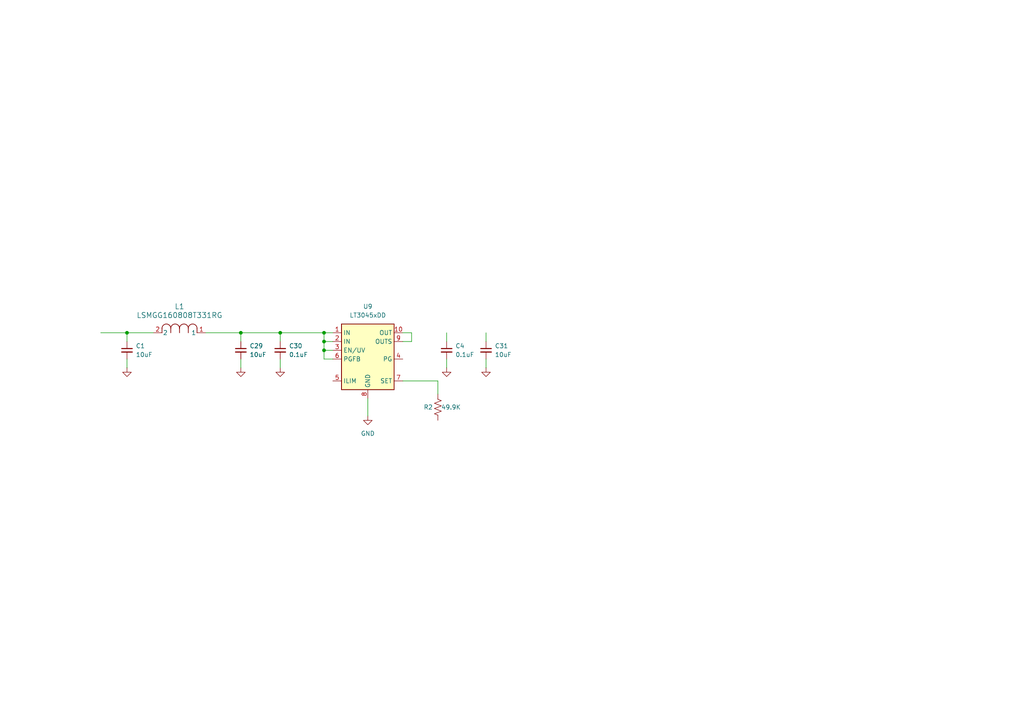
<source format=kicad_sch>
(kicad_sch (version 20250114) (generator "eeschema") (generator_version "9.0")
  (paper "A4")
  (lib_symbols
    (symbol "Device:C_Small" (pin_numbers (hide yes)) (pin_names (offset 0.254) (hide yes))
      (property "Reference" "C" (at 0.254 1.778 0))
      (property "Value" "C_Small" (at 0.254 -2.032 0))
      (symbol "C_Small_0_1"
        (polyline (pts (xy -1.524 0.508) (xy 1.524 0.508)) (stroke (width 0.3048)))
        (polyline (pts (xy -1.524 -0.508) (xy 1.524 -0.508)) (stroke (width 0.3302)))
      )
      (symbol "C_Small_1_1"
        (pin passive line (at 0 2.54 270) (length 2.032) (name "~") (number "1"))
        (pin passive line (at 0 -2.54 90) (length 2.032) (name "~") (number "2"))
      )
    )
    (symbol "Device:R_US" (pin_numbers (hide yes)) (pin_names (offset 0))
      (property "Reference" "R" (at 2.54 0 90))
      (property "Value" "R_US" (at -2.54 0 90))
      (symbol "R_US_0_1"
        (polyline (pts (xy 0 2.286) (xy 0 2.54)))
        (polyline (pts (xy 0 2.286) (xy 1.016 1.905) (xy 0 1.524) (xy -1.016 1.143) (xy 0 0.762)))
        (polyline (pts (xy 0 0.762) (xy 1.016 0.381) (xy 0 0) (xy -1.016 -0.381) (xy 0 -0.762)))
        (polyline (pts (xy 0 -0.762) (xy 1.016 -1.143) (xy 0 -1.524) (xy -1.016 -1.905) (xy 0 -2.286)))
        (polyline (pts (xy 0 -2.286) (xy 0 -2.54)))
      )
      (symbol "R_US_1_1"
        (pin passive line (at 0 3.81 270) (length 1.27) (name "~") (number "1"))
        (pin passive line (at 0 -3.81 90) (length 1.27) (name "~") (number "2"))
      )
    )
    (symbol "power:GND" (power) (pin_numbers (hide yes)) (pin_names (offset 0) (hide yes))
      (property "Value" "GND" (at 0 -3.81 0))
      (symbol "GND_0_1"
        (polyline (pts (xy 0 0) (xy 0 -1.27) (xy 1.27 -1.27) (xy 0 -2.54) (xy -1.27 -1.27) (xy 0 -1.27)))
      )
      (symbol "GND_1_1"
        (pin power_in line (at 0 0 270) (length 0) (name "~") (number "1"))
      )
    )
    (symbol "psc:LSMGG160808T331RG" (pin_names (offset 0.254))
      (property "Reference" "L" (at 6.985 5.08 0))
      (property "Value" "LSMGG160808T331RG" (at 6.985 -2.54 0))
      (symbol "LSMGG160808T331RG_1_1"
        (polyline (pts (xy 2.54 0) (xy 2.54 1.27)) (stroke (width 0.2032)))
        (arc (start 2.54 1.27) (mid 3.81 2.5344) (end 5.08 1.27) (stroke (width 0.2032)))
        (polyline (pts (xy 5.08 0) (xy 5.08 1.27)) (stroke (width 0.2032)))
        (arc (start 5.08 1.27) (mid 6.35 2.5344) (end 7.62 1.27) (stroke (width 0.2032)))
        (polyline (pts (xy 7.62 0) (xy 7.62 1.27)) (stroke (width 0.2032)))
        (arc (start 7.62 1.27) (mid 8.89 2.5344) (end 10.16 1.27) (stroke (width 0.2032)))
        (polyline (pts (xy 10.16 0) (xy 10.16 1.27)) (stroke (width 0.2032)))
        (arc (start 10.16 1.27) (mid 11.43 2.5344) (end 12.7 1.27) (stroke (width 0.2032)))
        (polyline (pts (xy 12.7 0) (xy 12.7 1.27)) (stroke (width 0.2032)))
        (pin unspecified line (at 0 0 0) (length 2.54) (name "2") (number "2"))
        (pin unspecified line (at 15.24 0 180) (length 2.54) (name "1") (number "1"))
      )
      (symbol "LSMGG160808T331RG_1_2"
        (arc (start -1.27 10.16) (mid -2.5344 11.43) (end -1.27 12.7) (stroke (width 0.2032)))
        (arc (start -1.27 7.62) (mid -2.5344 8.89) (end -1.27 10.16) (stroke (width 0.2032)))
        (arc (start -1.27 5.08) (mid -2.5344 6.35) (end -1.27 7.62) (stroke (width 0.2032)))
        (arc (start -1.27 2.54) (mid -2.5344 3.81) (end -1.27 5.08) (stroke (width 0.2032)))
        (polyline (pts (xy 0 12.7) (xy -1.27 12.7)) (stroke (width 0.2032)))
        (polyline (pts (xy 0 10.16) (xy -1.27 10.16)) (stroke (width 0.2032)))
        (polyline (pts (xy 0 7.62) (xy -1.27 7.62)) (stroke (width 0.2032)))
        (polyline (pts (xy 0 5.08) (xy -1.27 5.08)) (stroke (width 0.2032)))
        (polyline (pts (xy 0 2.54) (xy -1.27 2.54)) (stroke (width 0.2032)))
        (pin unspecified line (at 0 15.24 270) (length 2.54) (name "1") (number "1"))
        (pin unspecified line (at 0 0 90) (length 2.54) (name "2") (number "2"))
      )
    )
    (symbol "psc:LT3045xDD"
      (property "Reference" "U" (at -6.35 6.35 0))
      (property "Value" "LT3045xDD" (at 1.27 6.35 0))
      (symbol "LT3045xDD_0_1"
        (rectangle (start -7.62 5.08) (end 7.62 -13.97) (stroke (width 0.254)) (fill (type background)))
      )
      (symbol "LT3045xDD_1_1"
        (pin power_in line (at -10.16 2.54 0) (length 2.54) (name "IN") (number "1"))
        (pin passive line (at -10.16 2.54 0) (length 2.54) (hide yes) (name "IN") (number "2"))
        (pin power_in line (at -10.16 0 0) (length 2.54) (name "IN") (number "2"))
        (pin input line (at -10.16 -2.54 0) (length 2.54) (name "EN/UV") (number "3"))
        (pin input line (at -10.16 -5.08 0) (length 2.54) (name "PGFB") (number "6"))
        (pin passive line (at -10.16 -11.43 0) (length 2.54) (name "ILIM") (number "5"))
        (pin passive line (at 0 -16.51 90) (length 2.54) (hide yes) (name "GND") (number "11"))
        (pin power_in line (at 0 -16.51 90) (length 2.54) (name "GND") (number "8"))
        (pin power_out line (at 10.16 2.54 180) (length 2.54) (name "OUT") (number "10"))
        (pin input line (at 10.16 0 180) (length 2.54) (name "OUTS") (number "9"))
        (pin open_collector line (at 10.16 -5.08 180) (length 2.54) (name "PG") (number "4"))
        (pin passive line (at 10.16 -11.43 180) (length 2.54) (name "SET") (number "7"))
      )
    )
  )
  (junction (at 93.98 101.6))
  (junction (at 81.28 96.52))
  (junction (at 93.98 99.06))
  (junction (at 69.85 96.52))
  (junction (at 36.83 96.52))
  (junction (at 93.98 96.52))
  (wire (pts (xy 81.28 96.52) (xy 93.98 96.52)))
  (wire (pts (xy 93.98 104.14) (xy 93.98 101.6)))
  (wire (pts (xy 140.97 106.68) (xy 140.97 104.14)))
  (wire (pts (xy 59.69 96.52) (xy 69.85 96.52)))
  (wire (pts (xy 140.97 96.52) (xy 140.97 99.06)))
  (wire (pts (xy 29.21 96.52) (xy 36.83 96.52)))
  (wire (pts (xy 96.52 101.6) (xy 93.98 101.6)))
  (wire (pts (xy 81.28 106.68) (xy 81.28 104.14)))
  (wire (pts (xy 36.83 106.68) (xy 36.83 104.14)))
  (wire (pts (xy 116.84 99.06) (xy 119.38 99.06)))
  (wire (pts (xy 119.38 96.52) (xy 116.84 96.52)))
  (wire (pts (xy 69.85 106.68) (xy 69.85 104.14)))
  (wire (pts (xy 93.98 96.52) (xy 96.52 96.52)))
  (wire (pts (xy 69.85 96.52) (xy 81.28 96.52)))
  (wire (pts (xy 127 110.49) (xy 116.84 110.49)))
  (wire (pts (xy 69.85 96.52) (xy 69.85 99.06)))
  (wire (pts (xy 106.68 115.57) (xy 106.68 120.65)))
  (wire (pts (xy 127 114.3) (xy 127 110.49)))
  (wire (pts (xy 96.52 99.06) (xy 93.98 99.06)))
  (wire (pts (xy 81.28 99.06) (xy 81.28 96.52)))
  (wire (pts (xy 119.38 99.06) (xy 119.38 96.52)))
  (wire (pts (xy 36.83 96.52) (xy 36.83 99.06)))
  (wire (pts (xy 93.98 101.6) (xy 93.98 99.06)))
  (wire (pts (xy 93.98 99.06) (xy 93.98 96.52)))
  (wire (pts (xy 129.54 99.06) (xy 129.54 96.52)))
  (wire (pts (xy 96.52 104.14) (xy 93.98 104.14)))
  (wire (pts (xy 36.83 96.52) (xy 44.45 96.52)))
  (wire (pts (xy 129.54 106.68) (xy 129.54 104.14)))
  (symbol (lib_id "power:GND") (at 36.83 106.68 0) (unit 1)
    (property "Reference" "#PWR038" (effects (hide yes)))
    (property "Value" "GND" (effects (hide yes)))
    (property "Description" "Power symbol creates a global label with name \"GND\" , ground" (effects (hide yes)))
  )
  (symbol (lib_id "Device:C_Small") (at 36.83 101.6 0) (unit 1)
    (property "Reference" "C1" (at 39.37 100.3362 0) (effects (justify left)))
    (property "Value" "10uF" (at 39.37 102.8762 0) (effects (justify left)))
    (property "Footprint" "Capacitor_SMD:C_0603_1608Metric" (effects (hide yes)))
    (property "Description" "Unpolarized capacitor, small symbol" (effects (hide yes)))
    (property "Voltage" "25V" (effects (hide yes)))
  )
  (symbol (lib_id "Device:C_Small") (at 81.28 101.6 0) (unit 1)
    (property "Reference" "C30" (at 83.82 100.3362 0) (effects (justify left)))
    (property "Value" "0.1uF" (at 83.82 102.8762 0) (effects (justify left)))
    (property "Footprint" "Capacitor_SMD:C_0402_1005Metric" (effects (hide yes)))
    (property "Description" "Unpolarized capacitor, small symbol" (effects (hide yes)))
  )
  (symbol (lib_id "power:GND") (at 81.28 106.68 0) (unit 1)
    (property "Reference" "#PWR073" (effects (hide yes)))
    (property "Value" "GND" (effects (hide yes)))
    (property "Description" "Power symbol creates a global label with name \"GND\" , ground" (effects (hide yes)))
  )
  (symbol (lib_id "Device:C_Small") (at 140.97 101.6 0) (unit 1)
    (property "Reference" "C31" (at 143.51 100.3362 0) (effects (justify left)))
    (property "Value" "10uF" (at 143.51 102.8762 0) (effects (justify left)))
    (property "Footprint" "Capacitor_SMD:C_0603_1608Metric" (effects (hide yes)))
    (property "Description" "Unpolarized capacitor, small symbol" (effects (hide yes)))
    (property "Voltage" "25V" (effects (hide yes)))
  )
  (symbol (lib_id "Device:R_US") (at 127 118.11 0) (unit 1)
    (property "Reference" "R2" (at 124.206 118.11 0))
    (property "Value" "49.9K" (at 130.81 118.11 0))
    (property "Footprint" "Resistor_SMD:R_0402_1005Metric" (effects (hide yes)))
    (property "Description" "Resistor, US symbol" (effects (hide yes)))
    (property "Tolerance" "1%" (effects (hide yes)))
  )
  (symbol (lib_id "power:GND") (at 69.85 106.68 0) (unit 1)
    (property "Reference" "#PWR072" (effects (hide yes)))
    (property "Value" "GND" (effects (hide yes)))
    (property "Description" "Power symbol creates a global label with name \"GND\" , ground" (effects (hide yes)))
  )
  (symbol (lib_id "Device:C_Small") (at 69.85 101.6 0) (unit 1)
    (property "Reference" "C29" (at 72.39 100.3362 0) (effects (justify left)))
    (property "Value" "10uF" (at 72.39 102.8762 0) (effects (justify left)))
    (property "Footprint" "Capacitor_SMD:C_0603_1608Metric" (effects (hide yes)))
    (property "Description" "Unpolarized capacitor, small symbol" (effects (hide yes)))
    (property "Voltage" "25V" (effects (hide yes)))
  )
  (symbol (lib_id "power:GND") (at 129.54 106.68 0) (unit 1)
    (property "Reference" "#PWR041" (effects (hide yes)))
    (property "Value" "GND" (effects (hide yes)))
    (property "Description" "Power symbol creates a global label with name \"GND\" , ground" (effects (hide yes)))
  )
  (symbol (lib_id "power:GND") (at 140.97 106.68 0) (unit 1)
    (property "Reference" "#PWR042" (effects (hide yes)))
    (property "Value" "GND" (effects (hide yes)))
    (property "Description" "Power symbol creates a global label with name \"GND\" , ground" (effects (hide yes)))
  )
  (symbol (lib_id "power:GND") (at 106.68 120.65 0) (unit 1)
    (property "Reference" "#PWR071" (effects (hide yes)))
    (property "Value" "GND" (at 106.68 125.73 0))
    (property "Description" "Power symbol creates a global label with name \"GND\" , ground" (effects (hide yes)))
  )
  (symbol (lib_id "psc:LT3045xDD") (at 106.68 99.06 0) (unit 1)
    (property "Reference" "U9" (at 106.68 88.9 0))
    (property "Value" "LT3045xDD" (at 106.68 91.44 0))
    (property "Footprint" "Package_DFN_QFN:DFN-10-1EP_3x3mm_P0.5mm_EP1.65x2.38mm" (effects (hide yes)))
    (property "Datasheet" "https://www.analog.com/media/en/technical-documentation/data-sheets/3045fa.pdf" (effects (hide yes)))
    (property "Description" "500mA, Adjustable, Ultralow Noise, Ultrahigh PSRR Linear Regulator, DFN-10" (effects (hide yes)))
  )
  (symbol (lib_id "psc:LSMGG160808T331RG") (at 44.45 96.52 0) (unit 1)
    (property "Reference" "L1" (at 52.07 88.9 0) (effects (font (size 1.524 1.524))))
    (property "Value" "LSMGG160808T331RG" (at 52.07 91.44 0) (effects (font (size 1.524 1.524))))
    (property "Footprint" "myparts:IND_LSMG_160808_TAY" (effects (hide yes)))
    (property "Datasheet" "LSMGG160808T331RG" (effects (hide yes)))
  )
  (symbol (lib_id "Device:C_Small") (at 129.54 101.6 0) (unit 1)
    (property "Reference" "C4" (at 132.08 100.3362 0) (effects (justify left)))
    (property "Value" "0.1uF" (at 132.08 102.8762 0) (effects (justify left)))
    (property "Footprint" "Capacitor_SMD:C_0402_1005Metric" (effects (hide yes)))
    (property "Description" "Unpolarized capacitor, small symbol" (effects (hide yes)))
  )
)
</source>
